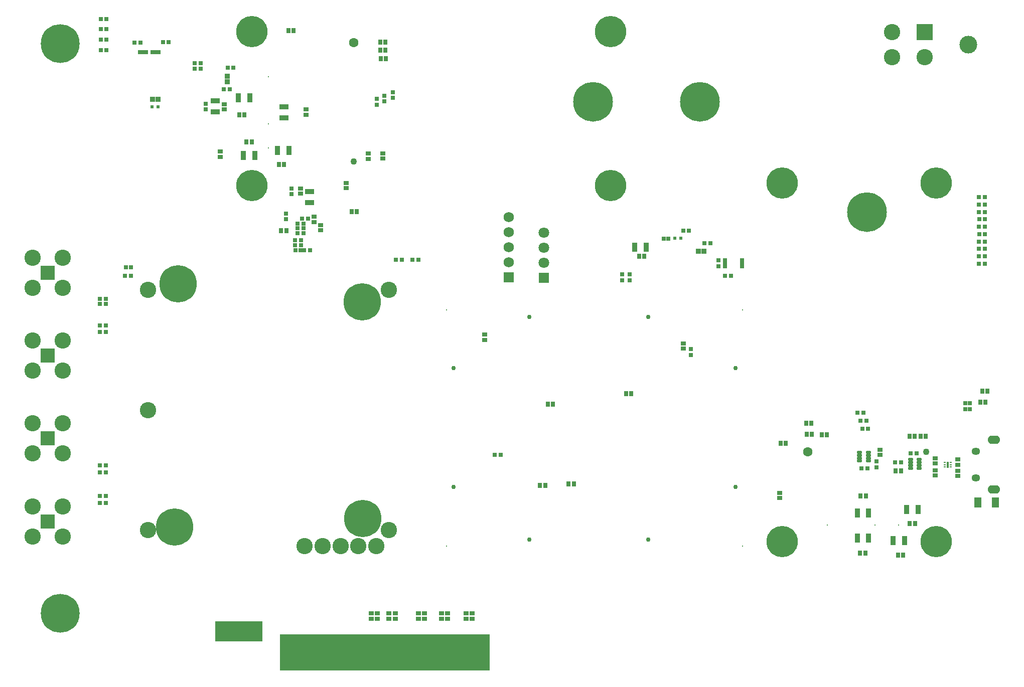
<source format=gbs>
G04*
G04 #@! TF.GenerationSoftware,Altium Limited,Altium Designer,24.4.1 (13)*
G04*
G04 Layer_Color=16711935*
%FSLAX44Y44*%
%MOMM*%
G71*
G04*
G04 #@! TF.SameCoordinates,C90DC2AB-A742-4751-A2CE-D788DAC0CE27*
G04*
G04*
G04 #@! TF.FilePolarity,Negative*
G04*
G01*
G75*
%ADD39R,0.5000X0.6000*%
%ADD75R,0.7393X0.6725*%
%ADD116R,0.3700X0.2400*%
%ADD117R,0.4000X1.0800*%
%ADD132R,0.6725X0.7393*%
%ADD142R,0.8032X0.7032*%
%ADD144R,0.7032X0.8032*%
%ADD146R,1.2532X1.8032*%
%ADD148R,0.8432X0.8032*%
%ADD149R,0.8032X0.8432*%
%ADD150R,1.5032X0.9032*%
%ADD151R,0.9032X1.5032*%
%ADD158R,0.9144X4.3942*%
%ADD159R,0.9144X3.4036*%
%ADD175R,0.6532X0.6532*%
%ADD198R,2.4532X2.4532*%
%ADD199C,2.7532*%
%ADD200C,0.7534*%
%ADD201C,6.2992*%
%ADD202C,2.7432*%
%ADD203C,0.2032*%
%ADD204C,2.7500*%
%ADD205R,2.7500X2.7500*%
%ADD206C,2.9972*%
%ADD207C,1.7532*%
%ADD208R,1.7532X1.7532*%
%ADD209C,1.8032*%
%ADD210R,1.8032X1.8032*%
%ADD211O,2.1032X1.4032*%
%ADD212O,1.4532X1.2532*%
%ADD213C,1.1000*%
%ADD214C,1.6000*%
%ADD215C,6.7032*%
%ADD216C,6.5532*%
%ADD217R,0.2032X0.2032*%
%ADD218C,5.2832*%
%ADD251R,0.6888X0.6725*%
%ADD258R,8.0000X3.4500*%
%ADD259R,35.5000X6.1876*%
%ADD260R,0.8532X0.9032*%
%ADD261R,0.9532X0.9032*%
%ADD262R,0.7532X0.7032*%
%ADD263R,0.7632X0.7232*%
G04:AMPARAMS|DCode=264|XSize=0.8632mm|YSize=0.5232mm|CornerRadius=0.1416mm|HoleSize=0mm|Usage=FLASHONLY|Rotation=0.000|XOffset=0mm|YOffset=0mm|HoleType=Round|Shape=RoundedRectangle|*
%AMROUNDEDRECTD264*
21,1,0.8632,0.2400,0,0,0.0*
21,1,0.5800,0.5232,0,0,0.0*
1,1,0.2832,0.2900,-0.1200*
1,1,0.2832,-0.2900,-0.1200*
1,1,0.2832,-0.2900,0.1200*
1,1,0.2832,0.2900,0.1200*
%
%ADD264ROUNDEDRECTD264*%
%ADD265R,0.8032X0.8532*%
%ADD266R,0.8532X0.8032*%
D39*
X1112000Y728000D02*
D03*
X1122000D02*
D03*
X240000Y950000D02*
D03*
X230000D02*
D03*
D75*
X1126334Y741000D02*
D03*
X1135666D02*
D03*
X366666Y1016000D02*
D03*
X357334D02*
D03*
D116*
X1577867Y341819D02*
D03*
Y345819D02*
D03*
Y349819D02*
D03*
X1567567D02*
D03*
Y345819D02*
D03*
Y341819D02*
D03*
D117*
X1572717Y345819D02*
D03*
D132*
X465000Y812166D02*
D03*
Y802834D02*
D03*
X320000Y954666D02*
D03*
Y945334D02*
D03*
D142*
X636000Y964880D02*
D03*
Y974880D02*
D03*
X622000Y958991D02*
D03*
Y968991D02*
D03*
X609000Y953555D02*
D03*
Y963555D02*
D03*
X456000Y770000D02*
D03*
Y760000D02*
D03*
X1185749Y691000D02*
D03*
Y681000D02*
D03*
X1452000Y341000D02*
D03*
Y351000D02*
D03*
X1022630Y657000D02*
D03*
Y667000D02*
D03*
X1035330Y657000D02*
D03*
Y667000D02*
D03*
X1139000Y531000D02*
D03*
Y541000D02*
D03*
D144*
X1430201Y433750D02*
D03*
X1420201D02*
D03*
X1435302Y419750D02*
D03*
X1425302D02*
D03*
X1438292Y406750D02*
D03*
X1428292D02*
D03*
X152000Y293000D02*
D03*
X142000D02*
D03*
X152000Y281000D02*
D03*
X142000D02*
D03*
X152000Y581000D02*
D03*
X142000D02*
D03*
X152000Y570000D02*
D03*
X142000D02*
D03*
X152000Y333000D02*
D03*
X142000D02*
D03*
X152000Y345000D02*
D03*
X142000D02*
D03*
X152000Y626000D02*
D03*
X142000D02*
D03*
X152000Y617000D02*
D03*
X142000D02*
D03*
X301540Y1014000D02*
D03*
X311540D02*
D03*
X485000Y753000D02*
D03*
X475000D02*
D03*
X485000Y745000D02*
D03*
X475000D02*
D03*
X486000Y708000D02*
D03*
X496000D02*
D03*
X471000Y725000D02*
D03*
X481000D02*
D03*
X493000Y761000D02*
D03*
X483000D02*
D03*
X481000Y716000D02*
D03*
X471000D02*
D03*
X1635000Y785000D02*
D03*
X1625000D02*
D03*
X1635500Y760000D02*
D03*
X1625500D02*
D03*
X1635500Y735000D02*
D03*
X1625500D02*
D03*
X1635000Y710000D02*
D03*
X1625000D02*
D03*
X1635000Y685000D02*
D03*
X1625000D02*
D03*
X1197000Y665000D02*
D03*
X1207000D02*
D03*
X200000Y1058000D02*
D03*
X210000D02*
D03*
X258000Y1059000D02*
D03*
X248000D02*
D03*
X184000Y665000D02*
D03*
X194000D02*
D03*
X1635000Y797500D02*
D03*
X1625000D02*
D03*
X1635000Y772500D02*
D03*
X1625000D02*
D03*
X1635000Y747500D02*
D03*
X1625000D02*
D03*
X1635000Y722500D02*
D03*
X1625000D02*
D03*
X1635000Y697500D02*
D03*
X1625000D02*
D03*
X1520000Y365000D02*
D03*
X1510000D02*
D03*
X1484000Y350000D02*
D03*
X1494000D02*
D03*
X1436957Y339499D02*
D03*
X1426957D02*
D03*
X153000Y1046000D02*
D03*
X143000D02*
D03*
X153000Y1063500D02*
D03*
X143000D02*
D03*
X153000Y1081000D02*
D03*
X143000D02*
D03*
X153000Y1098500D02*
D03*
X143000D02*
D03*
X485000Y737000D02*
D03*
X475000D02*
D03*
X311540Y1023651D02*
D03*
X301540D02*
D03*
X361000Y980000D02*
D03*
X351000D02*
D03*
X679000Y692000D02*
D03*
X669000D02*
D03*
X641470Y692098D02*
D03*
X651470D02*
D03*
X808000Y362000D02*
D03*
X818000D02*
D03*
D146*
X1623250Y282000D02*
D03*
X1652750D02*
D03*
D148*
X769540Y94676D02*
D03*
Y85876D02*
D03*
X759380Y94676D02*
D03*
Y85876D02*
D03*
X728000Y94400D02*
D03*
Y85600D02*
D03*
X718000Y94400D02*
D03*
Y85600D02*
D03*
X689530Y94676D02*
D03*
Y85876D02*
D03*
X679370Y94676D02*
D03*
Y85876D02*
D03*
X640508Y94676D02*
D03*
Y85876D02*
D03*
X629586Y94676D02*
D03*
Y85876D02*
D03*
X609520Y94676D02*
D03*
Y85876D02*
D03*
X599360Y94676D02*
D03*
Y85876D02*
D03*
X345000Y874400D02*
D03*
Y865600D02*
D03*
X1589400Y335570D02*
D03*
Y326770D02*
D03*
X1551000Y336400D02*
D03*
Y327600D02*
D03*
Y356400D02*
D03*
Y347600D02*
D03*
X1589400Y354571D02*
D03*
Y345770D02*
D03*
X1457957Y370899D02*
D03*
Y362099D02*
D03*
X1288796Y289617D02*
D03*
Y298417D02*
D03*
X557000Y821400D02*
D03*
Y812600D02*
D03*
X619000Y862600D02*
D03*
Y871400D02*
D03*
X594525Y862100D02*
D03*
Y870900D02*
D03*
X791000Y556600D02*
D03*
Y565400D02*
D03*
X480000Y811900D02*
D03*
Y803100D02*
D03*
X352000Y954400D02*
D03*
Y945600D02*
D03*
X490000Y945400D02*
D03*
Y936600D02*
D03*
X1126000Y541600D02*
D03*
Y550400D02*
D03*
X514266Y750138D02*
D03*
Y741338D02*
D03*
X502841Y755350D02*
D03*
Y764150D02*
D03*
D149*
X456400Y741000D02*
D03*
X447600D02*
D03*
X1484600Y335000D02*
D03*
X1493400D02*
D03*
X468400Y1079000D02*
D03*
X459600D02*
D03*
X1299400Y382000D02*
D03*
X1290600D02*
D03*
X1535650Y393750D02*
D03*
X1526850D02*
D03*
X1508100Y393757D02*
D03*
X1516900D02*
D03*
X1334600Y397000D02*
D03*
X1343400D02*
D03*
X1368900Y396254D02*
D03*
X1360100D02*
D03*
X1333600Y416000D02*
D03*
X1342400D02*
D03*
X623800Y1045500D02*
D03*
X615000D02*
D03*
X624210Y1031376D02*
D03*
X615410D02*
D03*
X884600Y311000D02*
D03*
X893400D02*
D03*
X932600Y313000D02*
D03*
X941400D02*
D03*
X1636400Y451000D02*
D03*
X1627600D02*
D03*
X1639788Y470000D02*
D03*
X1630988D02*
D03*
X623800Y1059500D02*
D03*
X615000D02*
D03*
X1029600Y465250D02*
D03*
X1038400D02*
D03*
X906400Y448000D02*
D03*
X897600D02*
D03*
X1497400Y193000D02*
D03*
X1488600D02*
D03*
X389125Y890876D02*
D03*
X397925D02*
D03*
X452400Y853000D02*
D03*
X443600D02*
D03*
X1508600Y246000D02*
D03*
X1517400D02*
D03*
X385675Y936601D02*
D03*
X376875D02*
D03*
X1424600Y196000D02*
D03*
X1433400D02*
D03*
X1425600Y293000D02*
D03*
X1434400D02*
D03*
X566600Y773000D02*
D03*
X575400D02*
D03*
X1060511Y698000D02*
D03*
X1051711D02*
D03*
D150*
X336189Y960072D02*
D03*
Y941072D02*
D03*
X495500Y788000D02*
D03*
Y807000D02*
D03*
X452525Y931376D02*
D03*
Y950376D02*
D03*
D151*
X1438876Y263828D02*
D03*
X1419876D02*
D03*
X1044330Y712500D02*
D03*
X1063330D02*
D03*
X375500Y965000D02*
D03*
X394500D02*
D03*
X441503Y876476D02*
D03*
X460503D02*
D03*
X1480500Y218000D02*
D03*
X1499500D02*
D03*
X1522500Y270000D02*
D03*
X1503500D02*
D03*
X403025Y867581D02*
D03*
X384025D02*
D03*
X1438876Y221753D02*
D03*
X1419876D02*
D03*
D158*
X489000Y37376D02*
D03*
X649000D02*
D03*
X669000D02*
D03*
X739000D02*
D03*
X779000D02*
D03*
X699000D02*
D03*
X749000D02*
D03*
X709000D02*
D03*
X589000D02*
D03*
X619000D02*
D03*
X659000D02*
D03*
X529000D02*
D03*
X519000D02*
D03*
X509000D02*
D03*
X499000D02*
D03*
X559000D02*
D03*
X599000D02*
D03*
X609000D02*
D03*
X629000D02*
D03*
X639000D02*
D03*
X719000D02*
D03*
X679000D02*
D03*
X729000D02*
D03*
X759000D02*
D03*
X769000D02*
D03*
X689000D02*
D03*
X539000D02*
D03*
X549000D02*
D03*
X469000D02*
D03*
X479000D02*
D03*
X789000D02*
D03*
D159*
X459000Y42329D02*
D03*
D175*
X480000Y708000D02*
D03*
X472000D02*
D03*
X186000Y679000D02*
D03*
X194000D02*
D03*
D198*
X53500Y250000D02*
D03*
X53500Y390000D02*
D03*
Y530000D02*
D03*
X53500Y670000D02*
D03*
D199*
X28100Y275400D02*
D03*
Y224600D02*
D03*
X78900D02*
D03*
Y275400D02*
D03*
X28100Y415400D02*
D03*
X28100Y364600D02*
D03*
X78900Y364600D02*
D03*
X78900Y415400D02*
D03*
X28100Y555400D02*
D03*
Y504600D02*
D03*
X78900D02*
D03*
Y555400D02*
D03*
X28100Y695400D02*
D03*
Y644600D02*
D03*
X78900D02*
D03*
Y695400D02*
D03*
D200*
X1214375Y308431D02*
D03*
Y508431D02*
D03*
X866774Y595307D02*
D03*
X1066774D02*
D03*
X738148Y508455D02*
D03*
Y308456D02*
D03*
X1066749Y219080D02*
D03*
X866749D02*
D03*
D201*
X584550Y620426D02*
D03*
X273800Y651160D02*
D03*
X267450Y240080D02*
D03*
X585225Y255074D02*
D03*
D202*
X487040Y208000D02*
D03*
X548000D02*
D03*
X223000Y641000D02*
D03*
Y438000D02*
D03*
Y235000D02*
D03*
X629000D02*
D03*
Y641000D02*
D03*
X608000Y208000D02*
D03*
X578000D02*
D03*
X517520D02*
D03*
X487040D02*
D03*
X548000D02*
D03*
X578000D02*
D03*
X223000Y641000D02*
D03*
X608000Y208000D02*
D03*
X223000Y235000D02*
D03*
X629000Y641000D02*
D03*
X223000Y438000D02*
D03*
X517520Y208000D02*
D03*
X629000Y235000D02*
D03*
D203*
X1489376Y243775D02*
D03*
X1449376D02*
D03*
X1489376D02*
D03*
X1369376D02*
D03*
X426275Y1000876D02*
D03*
Y880876D02*
D03*
D03*
Y920876D02*
D03*
D204*
X1478882Y1034000D02*
D03*
Y1075910D02*
D03*
X1534000Y1034000D02*
D03*
D205*
Y1075910D02*
D03*
D206*
X1606898Y1054955D02*
D03*
D207*
X832000Y712800D02*
D03*
Y738200D02*
D03*
Y687400D02*
D03*
Y763600D02*
D03*
D208*
Y662000D02*
D03*
D209*
X891000Y687000D02*
D03*
Y712400D02*
D03*
Y737800D02*
D03*
D210*
Y661600D02*
D03*
D211*
X1650000Y304000D02*
D03*
Y387500D02*
D03*
D212*
X1620000Y368000D02*
D03*
Y323500D02*
D03*
D213*
X1536000Y367750D02*
D03*
X570000Y858000D02*
D03*
D214*
X1336000Y367750D02*
D03*
X570000Y1058000D02*
D03*
D215*
X1436000Y772000D02*
D03*
X974250Y958000D02*
D03*
X1154000D02*
D03*
D216*
X75000Y1057000D02*
D03*
X75000Y95000D02*
D03*
D217*
X1226110Y208497D02*
D03*
X726746Y607277D02*
D03*
X727000Y208497D02*
D03*
X1226110Y607277D02*
D03*
D218*
X1553426Y216075D02*
D03*
X1293426Y821075D02*
D03*
X1553426D02*
D03*
X1293426Y216075D02*
D03*
X398575Y816826D02*
D03*
X1003575Y1076826D02*
D03*
Y816826D02*
D03*
X398575Y1076826D02*
D03*
D251*
X1161865Y720000D02*
D03*
X1172135D02*
D03*
D258*
X376000Y64626D02*
D03*
D259*
X622500Y28938D02*
D03*
D260*
X357000Y992250D02*
D03*
Y1001750D02*
D03*
D261*
X1161250Y706500D02*
D03*
X1151750D02*
D03*
X239750Y962500D02*
D03*
X230250D02*
D03*
D262*
X1101000Y727000D02*
D03*
X1093500D02*
D03*
D263*
X1602000Y439802D02*
D03*
X1609800D02*
D03*
X1609800Y449802D02*
D03*
X1602000D02*
D03*
D264*
X1509817Y344483D02*
D03*
Y339483D02*
D03*
Y349483D02*
D03*
Y354483D02*
D03*
X1524517D02*
D03*
Y349483D02*
D03*
Y344483D02*
D03*
Y339483D02*
D03*
X1423700Y366800D02*
D03*
Y361800D02*
D03*
Y356800D02*
D03*
Y351800D02*
D03*
X1438400D02*
D03*
Y356800D02*
D03*
Y366800D02*
D03*
Y361800D02*
D03*
D265*
X1197000Y690250D02*
D03*
Y681750D02*
D03*
X1225250Y690250D02*
D03*
Y681750D02*
D03*
D266*
X210250Y1042500D02*
D03*
X218750D02*
D03*
X239750D02*
D03*
X231250D02*
D03*
M02*

</source>
